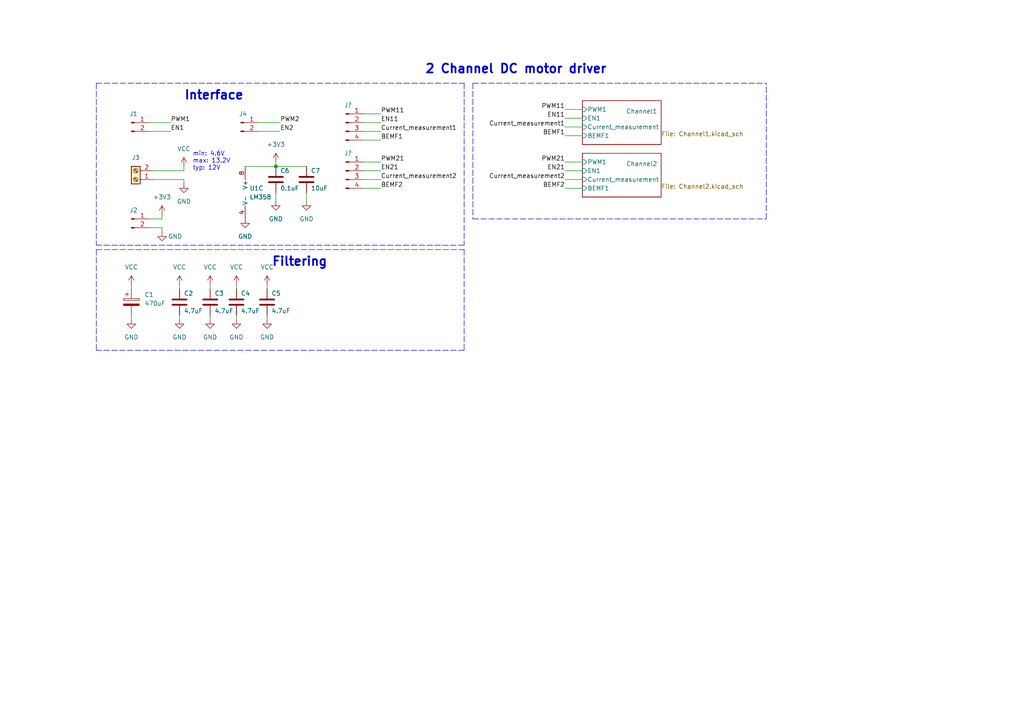
<source format=kicad_sch>
(kicad_sch (version 20211123) (generator eeschema)

  (uuid 9538e4ed-27e6-4c37-b989-9859dc0d49e8)

  (paper "A4")

  (lib_symbols
    (symbol "Amplifier_Operational:LM358" (pin_names (offset 0.127)) (in_bom yes) (on_board yes)
      (property "Reference" "U" (id 0) (at 0 5.08 0)
        (effects (font (size 1.27 1.27)) (justify left))
      )
      (property "Value" "LM358" (id 1) (at 0 -5.08 0)
        (effects (font (size 1.27 1.27)) (justify left))
      )
      (property "Footprint" "" (id 2) (at 0 0 0)
        (effects (font (size 1.27 1.27)) hide)
      )
      (property "Datasheet" "http://www.ti.com/lit/ds/symlink/lm2904-n.pdf" (id 3) (at 0 0 0)
        (effects (font (size 1.27 1.27)) hide)
      )
      (property "ki_locked" "" (id 4) (at 0 0 0)
        (effects (font (size 1.27 1.27)))
      )
      (property "ki_keywords" "dual opamp" (id 5) (at 0 0 0)
        (effects (font (size 1.27 1.27)) hide)
      )
      (property "ki_description" "Low-Power, Dual Operational Amplifiers, DIP-8/SOIC-8/TO-99-8" (id 6) (at 0 0 0)
        (effects (font (size 1.27 1.27)) hide)
      )
      (property "ki_fp_filters" "SOIC*3.9x4.9mm*P1.27mm* DIP*W7.62mm* TO*99* OnSemi*Micro8* TSSOP*3x3mm*P0.65mm* TSSOP*4.4x3mm*P0.65mm* MSOP*3x3mm*P0.65mm* SSOP*3.9x4.9mm*P0.635mm* LFCSP*2x2mm*P0.5mm* *SIP* SOIC*5.3x6.2mm*P1.27mm*" (id 7) (at 0 0 0)
        (effects (font (size 1.27 1.27)) hide)
      )
      (symbol "LM358_1_1"
        (polyline
          (pts
            (xy -5.08 5.08)
            (xy 5.08 0)
            (xy -5.08 -5.08)
            (xy -5.08 5.08)
          )
          (stroke (width 0.254) (type default) (color 0 0 0 0))
          (fill (type background))
        )
        (pin output line (at 7.62 0 180) (length 2.54)
          (name "~" (effects (font (size 1.27 1.27))))
          (number "1" (effects (font (size 1.27 1.27))))
        )
        (pin input line (at -7.62 -2.54 0) (length 2.54)
          (name "-" (effects (font (size 1.27 1.27))))
          (number "2" (effects (font (size 1.27 1.27))))
        )
        (pin input line (at -7.62 2.54 0) (length 2.54)
          (name "+" (effects (font (size 1.27 1.27))))
          (number "3" (effects (font (size 1.27 1.27))))
        )
      )
      (symbol "LM358_2_1"
        (polyline
          (pts
            (xy -5.08 5.08)
            (xy 5.08 0)
            (xy -5.08 -5.08)
            (xy -5.08 5.08)
          )
          (stroke (width 0.254) (type default) (color 0 0 0 0))
          (fill (type background))
        )
        (pin input line (at -7.62 2.54 0) (length 2.54)
          (name "+" (effects (font (size 1.27 1.27))))
          (number "5" (effects (font (size 1.27 1.27))))
        )
        (pin input line (at -7.62 -2.54 0) (length 2.54)
          (name "-" (effects (font (size 1.27 1.27))))
          (number "6" (effects (font (size 1.27 1.27))))
        )
        (pin output line (at 7.62 0 180) (length 2.54)
          (name "~" (effects (font (size 1.27 1.27))))
          (number "7" (effects (font (size 1.27 1.27))))
        )
      )
      (symbol "LM358_3_1"
        (pin power_in line (at -2.54 -7.62 90) (length 3.81)
          (name "V-" (effects (font (size 1.27 1.27))))
          (number "4" (effects (font (size 1.27 1.27))))
        )
        (pin power_in line (at -2.54 7.62 270) (length 3.81)
          (name "V+" (effects (font (size 1.27 1.27))))
          (number "8" (effects (font (size 1.27 1.27))))
        )
      )
    )
    (symbol "Connector:Conn_01x02_Male" (pin_names (offset 1.016) hide) (in_bom yes) (on_board yes)
      (property "Reference" "J" (id 0) (at 0 2.54 0)
        (effects (font (size 1.27 1.27)))
      )
      (property "Value" "Conn_01x02_Male" (id 1) (at 0 -5.08 0)
        (effects (font (size 1.27 1.27)))
      )
      (property "Footprint" "" (id 2) (at 0 0 0)
        (effects (font (size 1.27 1.27)) hide)
      )
      (property "Datasheet" "~" (id 3) (at 0 0 0)
        (effects (font (size 1.27 1.27)) hide)
      )
      (property "ki_keywords" "connector" (id 4) (at 0 0 0)
        (effects (font (size 1.27 1.27)) hide)
      )
      (property "ki_description" "Generic connector, single row, 01x02, script generated (kicad-library-utils/schlib/autogen/connector/)" (id 5) (at 0 0 0)
        (effects (font (size 1.27 1.27)) hide)
      )
      (property "ki_fp_filters" "Connector*:*_1x??_*" (id 6) (at 0 0 0)
        (effects (font (size 1.27 1.27)) hide)
      )
      (symbol "Conn_01x02_Male_1_1"
        (polyline
          (pts
            (xy 1.27 -2.54)
            (xy 0.8636 -2.54)
          )
          (stroke (width 0.1524) (type default) (color 0 0 0 0))
          (fill (type none))
        )
        (polyline
          (pts
            (xy 1.27 0)
            (xy 0.8636 0)
          )
          (stroke (width 0.1524) (type default) (color 0 0 0 0))
          (fill (type none))
        )
        (rectangle (start 0.8636 -2.413) (end 0 -2.667)
          (stroke (width 0.1524) (type default) (color 0 0 0 0))
          (fill (type outline))
        )
        (rectangle (start 0.8636 0.127) (end 0 -0.127)
          (stroke (width 0.1524) (type default) (color 0 0 0 0))
          (fill (type outline))
        )
        (pin passive line (at 5.08 0 180) (length 3.81)
          (name "Pin_1" (effects (font (size 1.27 1.27))))
          (number "1" (effects (font (size 1.27 1.27))))
        )
        (pin passive line (at 5.08 -2.54 180) (length 3.81)
          (name "Pin_2" (effects (font (size 1.27 1.27))))
          (number "2" (effects (font (size 1.27 1.27))))
        )
      )
    )
    (symbol "Connector:Conn_01x04_Male" (pin_names (offset 1.016) hide) (in_bom yes) (on_board yes)
      (property "Reference" "J" (id 0) (at 0 5.08 0)
        (effects (font (size 1.27 1.27)))
      )
      (property "Value" "Conn_01x04_Male" (id 1) (at 0 -7.62 0)
        (effects (font (size 1.27 1.27)))
      )
      (property "Footprint" "" (id 2) (at 0 0 0)
        (effects (font (size 1.27 1.27)) hide)
      )
      (property "Datasheet" "~" (id 3) (at 0 0 0)
        (effects (font (size 1.27 1.27)) hide)
      )
      (property "ki_keywords" "connector" (id 4) (at 0 0 0)
        (effects (font (size 1.27 1.27)) hide)
      )
      (property "ki_description" "Generic connector, single row, 01x04, script generated (kicad-library-utils/schlib/autogen/connector/)" (id 5) (at 0 0 0)
        (effects (font (size 1.27 1.27)) hide)
      )
      (property "ki_fp_filters" "Connector*:*_1x??_*" (id 6) (at 0 0 0)
        (effects (font (size 1.27 1.27)) hide)
      )
      (symbol "Conn_01x04_Male_1_1"
        (polyline
          (pts
            (xy 1.27 -5.08)
            (xy 0.8636 -5.08)
          )
          (stroke (width 0.1524) (type default) (color 0 0 0 0))
          (fill (type none))
        )
        (polyline
          (pts
            (xy 1.27 -2.54)
            (xy 0.8636 -2.54)
          )
          (stroke (width 0.1524) (type default) (color 0 0 0 0))
          (fill (type none))
        )
        (polyline
          (pts
            (xy 1.27 0)
            (xy 0.8636 0)
          )
          (stroke (width 0.1524) (type default) (color 0 0 0 0))
          (fill (type none))
        )
        (polyline
          (pts
            (xy 1.27 2.54)
            (xy 0.8636 2.54)
          )
          (stroke (width 0.1524) (type default) (color 0 0 0 0))
          (fill (type none))
        )
        (rectangle (start 0.8636 -4.953) (end 0 -5.207)
          (stroke (width 0.1524) (type default) (color 0 0 0 0))
          (fill (type outline))
        )
        (rectangle (start 0.8636 -2.413) (end 0 -2.667)
          (stroke (width 0.1524) (type default) (color 0 0 0 0))
          (fill (type outline))
        )
        (rectangle (start 0.8636 0.127) (end 0 -0.127)
          (stroke (width 0.1524) (type default) (color 0 0 0 0))
          (fill (type outline))
        )
        (rectangle (start 0.8636 2.667) (end 0 2.413)
          (stroke (width 0.1524) (type default) (color 0 0 0 0))
          (fill (type outline))
        )
        (pin passive line (at 5.08 2.54 180) (length 3.81)
          (name "Pin_1" (effects (font (size 1.27 1.27))))
          (number "1" (effects (font (size 1.27 1.27))))
        )
        (pin passive line (at 5.08 0 180) (length 3.81)
          (name "Pin_2" (effects (font (size 1.27 1.27))))
          (number "2" (effects (font (size 1.27 1.27))))
        )
        (pin passive line (at 5.08 -2.54 180) (length 3.81)
          (name "Pin_3" (effects (font (size 1.27 1.27))))
          (number "3" (effects (font (size 1.27 1.27))))
        )
        (pin passive line (at 5.08 -5.08 180) (length 3.81)
          (name "Pin_4" (effects (font (size 1.27 1.27))))
          (number "4" (effects (font (size 1.27 1.27))))
        )
      )
    )
    (symbol "Connector:Screw_Terminal_01x02" (pin_names (offset 1.016) hide) (in_bom yes) (on_board yes)
      (property "Reference" "J" (id 0) (at 0 2.54 0)
        (effects (font (size 1.27 1.27)))
      )
      (property "Value" "Screw_Terminal_01x02" (id 1) (at 0 -5.08 0)
        (effects (font (size 1.27 1.27)))
      )
      (property "Footprint" "" (id 2) (at 0 0 0)
        (effects (font (size 1.27 1.27)) hide)
      )
      (property "Datasheet" "~" (id 3) (at 0 0 0)
        (effects (font (size 1.27 1.27)) hide)
      )
      (property "ki_keywords" "screw terminal" (id 4) (at 0 0 0)
        (effects (font (size 1.27 1.27)) hide)
      )
      (property "ki_description" "Generic screw terminal, single row, 01x02, script generated (kicad-library-utils/schlib/autogen/connector/)" (id 5) (at 0 0 0)
        (effects (font (size 1.27 1.27)) hide)
      )
      (property "ki_fp_filters" "TerminalBlock*:*" (id 6) (at 0 0 0)
        (effects (font (size 1.27 1.27)) hide)
      )
      (symbol "Screw_Terminal_01x02_1_1"
        (rectangle (start -1.27 1.27) (end 1.27 -3.81)
          (stroke (width 0.254) (type default) (color 0 0 0 0))
          (fill (type background))
        )
        (circle (center 0 -2.54) (radius 0.635)
          (stroke (width 0.1524) (type default) (color 0 0 0 0))
          (fill (type none))
        )
        (polyline
          (pts
            (xy -0.5334 -2.2098)
            (xy 0.3302 -3.048)
          )
          (stroke (width 0.1524) (type default) (color 0 0 0 0))
          (fill (type none))
        )
        (polyline
          (pts
            (xy -0.5334 0.3302)
            (xy 0.3302 -0.508)
          )
          (stroke (width 0.1524) (type default) (color 0 0 0 0))
          (fill (type none))
        )
        (polyline
          (pts
            (xy -0.3556 -2.032)
            (xy 0.508 -2.8702)
          )
          (stroke (width 0.1524) (type default) (color 0 0 0 0))
          (fill (type none))
        )
        (polyline
          (pts
            (xy -0.3556 0.508)
            (xy 0.508 -0.3302)
          )
          (stroke (width 0.1524) (type default) (color 0 0 0 0))
          (fill (type none))
        )
        (circle (center 0 0) (radius 0.635)
          (stroke (width 0.1524) (type default) (color 0 0 0 0))
          (fill (type none))
        )
        (pin passive line (at -5.08 0 0) (length 3.81)
          (name "Pin_1" (effects (font (size 1.27 1.27))))
          (number "1" (effects (font (size 1.27 1.27))))
        )
        (pin passive line (at -5.08 -2.54 0) (length 3.81)
          (name "Pin_2" (effects (font (size 1.27 1.27))))
          (number "2" (effects (font (size 1.27 1.27))))
        )
      )
    )
    (symbol "Device:C" (pin_numbers hide) (pin_names (offset 0.254)) (in_bom yes) (on_board yes)
      (property "Reference" "C" (id 0) (at 0.635 2.54 0)
        (effects (font (size 1.27 1.27)) (justify left))
      )
      (property "Value" "C" (id 1) (at 0.635 -2.54 0)
        (effects (font (size 1.27 1.27)) (justify left))
      )
      (property "Footprint" "" (id 2) (at 0.9652 -3.81 0)
        (effects (font (size 1.27 1.27)) hide)
      )
      (property "Datasheet" "~" (id 3) (at 0 0 0)
        (effects (font (size 1.27 1.27)) hide)
      )
      (property "ki_keywords" "cap capacitor" (id 4) (at 0 0 0)
        (effects (font (size 1.27 1.27)) hide)
      )
      (property "ki_description" "Unpolarized capacitor" (id 5) (at 0 0 0)
        (effects (font (size 1.27 1.27)) hide)
      )
      (property "ki_fp_filters" "C_*" (id 6) (at 0 0 0)
        (effects (font (size 1.27 1.27)) hide)
      )
      (symbol "C_0_1"
        (polyline
          (pts
            (xy -2.032 -0.762)
            (xy 2.032 -0.762)
          )
          (stroke (width 0.508) (type default) (color 0 0 0 0))
          (fill (type none))
        )
        (polyline
          (pts
            (xy -2.032 0.762)
            (xy 2.032 0.762)
          )
          (stroke (width 0.508) (type default) (color 0 0 0 0))
          (fill (type none))
        )
      )
      (symbol "C_1_1"
        (pin passive line (at 0 3.81 270) (length 2.794)
          (name "~" (effects (font (size 1.27 1.27))))
          (number "1" (effects (font (size 1.27 1.27))))
        )
        (pin passive line (at 0 -3.81 90) (length 2.794)
          (name "~" (effects (font (size 1.27 1.27))))
          (number "2" (effects (font (size 1.27 1.27))))
        )
      )
    )
    (symbol "Device:C_Polarized" (pin_numbers hide) (pin_names (offset 0.254)) (in_bom yes) (on_board yes)
      (property "Reference" "C" (id 0) (at 0.635 2.54 0)
        (effects (font (size 1.27 1.27)) (justify left))
      )
      (property "Value" "C_Polarized" (id 1) (at 0.635 -2.54 0)
        (effects (font (size 1.27 1.27)) (justify left))
      )
      (property "Footprint" "" (id 2) (at 0.9652 -3.81 0)
        (effects (font (size 1.27 1.27)) hide)
      )
      (property "Datasheet" "~" (id 3) (at 0 0 0)
        (effects (font (size 1.27 1.27)) hide)
      )
      (property "ki_keywords" "cap capacitor" (id 4) (at 0 0 0)
        (effects (font (size 1.27 1.27)) hide)
      )
      (property "ki_description" "Polarized capacitor" (id 5) (at 0 0 0)
        (effects (font (size 1.27 1.27)) hide)
      )
      (property "ki_fp_filters" "CP_*" (id 6) (at 0 0 0)
        (effects (font (size 1.27 1.27)) hide)
      )
      (symbol "C_Polarized_0_1"
        (rectangle (start -2.286 0.508) (end 2.286 1.016)
          (stroke (width 0) (type default) (color 0 0 0 0))
          (fill (type none))
        )
        (polyline
          (pts
            (xy -1.778 2.286)
            (xy -0.762 2.286)
          )
          (stroke (width 0) (type default) (color 0 0 0 0))
          (fill (type none))
        )
        (polyline
          (pts
            (xy -1.27 2.794)
            (xy -1.27 1.778)
          )
          (stroke (width 0) (type default) (color 0 0 0 0))
          (fill (type none))
        )
        (rectangle (start 2.286 -0.508) (end -2.286 -1.016)
          (stroke (width 0) (type default) (color 0 0 0 0))
          (fill (type outline))
        )
      )
      (symbol "C_Polarized_1_1"
        (pin passive line (at 0 3.81 270) (length 2.794)
          (name "~" (effects (font (size 1.27 1.27))))
          (number "1" (effects (font (size 1.27 1.27))))
        )
        (pin passive line (at 0 -3.81 90) (length 2.794)
          (name "~" (effects (font (size 1.27 1.27))))
          (number "2" (effects (font (size 1.27 1.27))))
        )
      )
    )
    (symbol "power:+3V3" (power) (pin_names (offset 0)) (in_bom yes) (on_board yes)
      (property "Reference" "#PWR" (id 0) (at 0 -3.81 0)
        (effects (font (size 1.27 1.27)) hide)
      )
      (property "Value" "+3V3" (id 1) (at 0 3.556 0)
        (effects (font (size 1.27 1.27)))
      )
      (property "Footprint" "" (id 2) (at 0 0 0)
        (effects (font (size 1.27 1.27)) hide)
      )
      (property "Datasheet" "" (id 3) (at 0 0 0)
        (effects (font (size 1.27 1.27)) hide)
      )
      (property "ki_keywords" "power-flag" (id 4) (at 0 0 0)
        (effects (font (size 1.27 1.27)) hide)
      )
      (property "ki_description" "Power symbol creates a global label with name \"+3V3\"" (id 5) (at 0 0 0)
        (effects (font (size 1.27 1.27)) hide)
      )
      (symbol "+3V3_0_1"
        (polyline
          (pts
            (xy -0.762 1.27)
            (xy 0 2.54)
          )
          (stroke (width 0) (type default) (color 0 0 0 0))
          (fill (type none))
        )
        (polyline
          (pts
            (xy 0 0)
            (xy 0 2.54)
          )
          (stroke (width 0) (type default) (color 0 0 0 0))
          (fill (type none))
        )
        (polyline
          (pts
            (xy 0 2.54)
            (xy 0.762 1.27)
          )
          (stroke (width 0) (type default) (color 0 0 0 0))
          (fill (type none))
        )
      )
      (symbol "+3V3_1_1"
        (pin power_in line (at 0 0 90) (length 0) hide
          (name "+3V3" (effects (font (size 1.27 1.27))))
          (number "1" (effects (font (size 1.27 1.27))))
        )
      )
    )
    (symbol "power:GND" (power) (pin_names (offset 0)) (in_bom yes) (on_board yes)
      (property "Reference" "#PWR" (id 0) (at 0 -6.35 0)
        (effects (font (size 1.27 1.27)) hide)
      )
      (property "Value" "GND" (id 1) (at 0 -3.81 0)
        (effects (font (size 1.27 1.27)))
      )
      (property "Footprint" "" (id 2) (at 0 0 0)
        (effects (font (size 1.27 1.27)) hide)
      )
      (property "Datasheet" "" (id 3) (at 0 0 0)
        (effects (font (size 1.27 1.27)) hide)
      )
      (property "ki_keywords" "power-flag" (id 4) (at 0 0 0)
        (effects (font (size 1.27 1.27)) hide)
      )
      (property "ki_description" "Power symbol creates a global label with name \"GND\" , ground" (id 5) (at 0 0 0)
        (effects (font (size 1.27 1.27)) hide)
      )
      (symbol "GND_0_1"
        (polyline
          (pts
            (xy 0 0)
            (xy 0 -1.27)
            (xy 1.27 -1.27)
            (xy 0 -2.54)
            (xy -1.27 -1.27)
            (xy 0 -1.27)
          )
          (stroke (width 0) (type default) (color 0 0 0 0))
          (fill (type none))
        )
      )
      (symbol "GND_1_1"
        (pin power_in line (at 0 0 270) (length 0) hide
          (name "GND" (effects (font (size 1.27 1.27))))
          (number "1" (effects (font (size 1.27 1.27))))
        )
      )
    )
    (symbol "power:VCC" (power) (pin_names (offset 0)) (in_bom yes) (on_board yes)
      (property "Reference" "#PWR" (id 0) (at 0 -3.81 0)
        (effects (font (size 1.27 1.27)) hide)
      )
      (property "Value" "VCC" (id 1) (at 0 3.81 0)
        (effects (font (size 1.27 1.27)))
      )
      (property "Footprint" "" (id 2) (at 0 0 0)
        (effects (font (size 1.27 1.27)) hide)
      )
      (property "Datasheet" "" (id 3) (at 0 0 0)
        (effects (font (size 1.27 1.27)) hide)
      )
      (property "ki_keywords" "power-flag" (id 4) (at 0 0 0)
        (effects (font (size 1.27 1.27)) hide)
      )
      (property "ki_description" "Power symbol creates a global label with name \"VCC\"" (id 5) (at 0 0 0)
        (effects (font (size 1.27 1.27)) hide)
      )
      (symbol "VCC_0_1"
        (polyline
          (pts
            (xy -0.762 1.27)
            (xy 0 2.54)
          )
          (stroke (width 0) (type default) (color 0 0 0 0))
          (fill (type none))
        )
        (polyline
          (pts
            (xy 0 0)
            (xy 0 2.54)
          )
          (stroke (width 0) (type default) (color 0 0 0 0))
          (fill (type none))
        )
        (polyline
          (pts
            (xy 0 2.54)
            (xy 0.762 1.27)
          )
          (stroke (width 0) (type default) (color 0 0 0 0))
          (fill (type none))
        )
      )
      (symbol "VCC_1_1"
        (pin power_in line (at 0 0 90) (length 0) hide
          (name "VCC" (effects (font (size 1.27 1.27))))
          (number "1" (effects (font (size 1.27 1.27))))
        )
      )
    )
  )

  (junction (at 80.01 48.26) (diameter 0) (color 0 0 0 0)
    (uuid 5295d3f5-b2a0-48d2-a583-f3a137e0048b)
  )

  (wire (pts (xy 168.91 39.37) (xy 163.83 39.37))
    (stroke (width 0) (type default) (color 0 0 0 0))
    (uuid 0244c72c-b38c-418b-991c-2da59723dceb)
  )
  (wire (pts (xy 80.01 55.88) (xy 80.01 58.42))
    (stroke (width 0) (type default) (color 0 0 0 0))
    (uuid 081ef2db-ad68-4787-ab7f-30103681532f)
  )
  (polyline (pts (xy 137.16 24.13) (xy 137.16 63.5))
    (stroke (width 0) (type default) (color 0 0 0 0))
    (uuid 0bb48a3a-4c45-460b-aae4-9443d385942c)
  )

  (wire (pts (xy 46.99 63.5) (xy 46.99 62.23))
    (stroke (width 0) (type default) (color 0 0 0 0))
    (uuid 0e44588a-eeb7-4814-a361-013f08f267db)
  )
  (wire (pts (xy 71.12 48.26) (xy 80.01 48.26))
    (stroke (width 0) (type default) (color 0 0 0 0))
    (uuid 13fb9f8b-f397-43c8-858c-4e93512e7cd5)
  )
  (wire (pts (xy 80.01 48.26) (xy 88.9 48.26))
    (stroke (width 0) (type default) (color 0 0 0 0))
    (uuid 13fd1d8f-3b14-4231-94ed-eb67b784c6fd)
  )
  (polyline (pts (xy 134.62 72.39) (xy 134.62 101.6))
    (stroke (width 0) (type default) (color 0 0 0 0))
    (uuid 1c3985aa-625d-419b-a117-68458b81a54b)
  )
  (polyline (pts (xy 27.94 24.13) (xy 134.62 24.13))
    (stroke (width 0) (type default) (color 0 0 0 0))
    (uuid 224936bd-4e46-4e19-bef3-035b8a8f7bda)
  )

  (wire (pts (xy 168.91 49.53) (xy 163.83 49.53))
    (stroke (width 0) (type default) (color 0 0 0 0))
    (uuid 23a7dcc0-fa53-4f61-acd6-445c72f9d738)
  )
  (wire (pts (xy 52.07 82.55) (xy 52.07 83.82))
    (stroke (width 0) (type default) (color 0 0 0 0))
    (uuid 296e1e24-3f6a-4dae-9ff9-78b23bf4b97e)
  )
  (wire (pts (xy 46.99 67.31) (xy 46.99 66.04))
    (stroke (width 0) (type default) (color 0 0 0 0))
    (uuid 2ce7ba3c-3d3a-40ae-a69f-14b83cb6a2f7)
  )
  (wire (pts (xy 38.1 82.55) (xy 38.1 83.82))
    (stroke (width 0) (type default) (color 0 0 0 0))
    (uuid 2ee4df91-f71b-4b22-af0d-4e94eb1949f2)
  )
  (polyline (pts (xy 27.94 24.13) (xy 27.94 71.12))
    (stroke (width 0) (type default) (color 0 0 0 0))
    (uuid 3743c54c-2b84-460c-9a08-d9077f73bc63)
  )

  (wire (pts (xy 105.41 35.56) (xy 110.49 35.56))
    (stroke (width 0) (type default) (color 0 0 0 0))
    (uuid 3ae5f038-1957-4ef7-a7b0-88327a871e8e)
  )
  (polyline (pts (xy 222.25 63.5) (xy 222.25 24.13))
    (stroke (width 0) (type default) (color 0 0 0 0))
    (uuid 3ef2c3d8-0559-4ac1-82ea-3bdaa0470e6c)
  )

  (wire (pts (xy 168.91 54.61) (xy 163.83 54.61))
    (stroke (width 0) (type default) (color 0 0 0 0))
    (uuid 3f5cd97e-7933-4ec6-a055-3b3284744af6)
  )
  (wire (pts (xy 80.01 46.99) (xy 80.01 48.26))
    (stroke (width 0) (type default) (color 0 0 0 0))
    (uuid 4a3e0990-b1a7-43e2-8b57-3cc28410420d)
  )
  (wire (pts (xy 44.45 52.07) (xy 53.34 52.07))
    (stroke (width 0) (type default) (color 0 0 0 0))
    (uuid 4e6d2ae0-1de0-4a90-a79d-ae2ebc4d4346)
  )
  (polyline (pts (xy 137.16 24.13) (xy 222.25 24.13))
    (stroke (width 0) (type default) (color 0 0 0 0))
    (uuid 4f718c04-a0cd-4fba-8acf-b9c2a8deeba0)
  )

  (wire (pts (xy 68.58 91.44) (xy 68.58 92.71))
    (stroke (width 0) (type default) (color 0 0 0 0))
    (uuid 55689588-e6a8-40e0-960e-46107ac9de54)
  )
  (wire (pts (xy 52.07 91.44) (xy 52.07 92.71))
    (stroke (width 0) (type default) (color 0 0 0 0))
    (uuid 62c85ddd-c31f-4f51-a1ae-ceaf9b15928b)
  )
  (polyline (pts (xy 27.94 72.39) (xy 134.62 72.39))
    (stroke (width 0) (type default) (color 0 0 0 0))
    (uuid 6c5da471-47bb-46ae-bc5c-b1cf3a9c98b7)
  )

  (wire (pts (xy 53.34 48.26) (xy 53.34 49.53))
    (stroke (width 0) (type default) (color 0 0 0 0))
    (uuid 6c85e5f0-bf27-451b-8b8c-23afa8384380)
  )
  (wire (pts (xy 44.45 49.53) (xy 53.34 49.53))
    (stroke (width 0) (type default) (color 0 0 0 0))
    (uuid 6d52c2cd-3d4d-4e9f-8991-6c4289d279ca)
  )
  (wire (pts (xy 168.91 34.29) (xy 163.83 34.29))
    (stroke (width 0) (type default) (color 0 0 0 0))
    (uuid 6f3edb98-1715-48c7-a668-5fe6c43535eb)
  )
  (wire (pts (xy 60.96 82.55) (xy 60.96 83.82))
    (stroke (width 0) (type default) (color 0 0 0 0))
    (uuid 711e2272-9a29-4e5b-bb1f-0f9e6ec90c9b)
  )
  (polyline (pts (xy 134.62 101.6) (xy 27.94 101.6))
    (stroke (width 0) (type default) (color 0 0 0 0))
    (uuid 758b7318-085f-4869-8edc-04b009cdf680)
  )

  (wire (pts (xy 110.49 52.07) (xy 105.41 52.07))
    (stroke (width 0) (type default) (color 0 0 0 0))
    (uuid 7648e622-7b0a-46fa-8432-e9eff9d873dc)
  )
  (wire (pts (xy 168.91 46.99) (xy 163.83 46.99))
    (stroke (width 0) (type default) (color 0 0 0 0))
    (uuid 76f9c813-3a23-4b81-a928-e8405b86e02f)
  )
  (wire (pts (xy 77.47 82.55) (xy 77.47 83.82))
    (stroke (width 0) (type default) (color 0 0 0 0))
    (uuid 8357f546-fd53-46e3-a463-97bf1944faf1)
  )
  (wire (pts (xy 110.49 38.1) (xy 105.41 38.1))
    (stroke (width 0) (type default) (color 0 0 0 0))
    (uuid 86212d7e-d0c8-40ce-9cdd-4b095848f47a)
  )
  (wire (pts (xy 43.18 38.1) (xy 49.53 38.1))
    (stroke (width 0) (type default) (color 0 0 0 0))
    (uuid 91dd5b42-7020-4052-b4fe-018e93ab6412)
  )
  (wire (pts (xy 43.18 63.5) (xy 46.99 63.5))
    (stroke (width 0) (type default) (color 0 0 0 0))
    (uuid 9299af42-dbc2-43e3-9397-065bcd09fbdc)
  )
  (wire (pts (xy 163.83 36.83) (xy 168.91 36.83))
    (stroke (width 0) (type default) (color 0 0 0 0))
    (uuid 96abac3c-9fd8-4222-a372-85f062f5c235)
  )
  (wire (pts (xy 77.47 91.44) (xy 77.47 92.71))
    (stroke (width 0) (type default) (color 0 0 0 0))
    (uuid 98312319-7840-4b7c-9e9f-6661d5e9f163)
  )
  (polyline (pts (xy 27.94 72.39) (xy 27.94 101.6))
    (stroke (width 0) (type default) (color 0 0 0 0))
    (uuid a072fd1c-5d74-4f6f-aeb1-a13a2544b3e0)
  )

  (wire (pts (xy 105.41 49.53) (xy 110.49 49.53))
    (stroke (width 0) (type default) (color 0 0 0 0))
    (uuid af0ffa50-9b03-4247-894d-6b1d4454142b)
  )
  (wire (pts (xy 38.1 91.44) (xy 38.1 92.71))
    (stroke (width 0) (type default) (color 0 0 0 0))
    (uuid af8f5629-c6b6-4652-b898-0c5f53818043)
  )
  (wire (pts (xy 105.41 33.02) (xy 110.49 33.02))
    (stroke (width 0) (type default) (color 0 0 0 0))
    (uuid b00c053c-074f-4c93-bfb8-d61b072e54ba)
  )
  (wire (pts (xy 74.93 35.56) (xy 81.28 35.56))
    (stroke (width 0) (type default) (color 0 0 0 0))
    (uuid b4a484fc-cbe7-4e7d-a30c-fa3efd76f244)
  )
  (wire (pts (xy 68.58 82.55) (xy 68.58 83.82))
    (stroke (width 0) (type default) (color 0 0 0 0))
    (uuid b58305a2-8b15-4f42-a810-3274accfe703)
  )
  (wire (pts (xy 105.41 46.99) (xy 110.49 46.99))
    (stroke (width 0) (type default) (color 0 0 0 0))
    (uuid b5af5270-9a69-411e-b028-673497ca35ec)
  )
  (wire (pts (xy 60.96 91.44) (xy 60.96 92.71))
    (stroke (width 0) (type default) (color 0 0 0 0))
    (uuid b8e178aa-a96e-4034-a3c6-04b970fefbce)
  )
  (wire (pts (xy 105.41 40.64) (xy 110.49 40.64))
    (stroke (width 0) (type default) (color 0 0 0 0))
    (uuid c01443aa-7974-45b9-ae57-193a87ae559a)
  )
  (wire (pts (xy 43.18 35.56) (xy 49.53 35.56))
    (stroke (width 0) (type default) (color 0 0 0 0))
    (uuid c5a13ce4-a9d4-4c79-841a-3f9b8f82e20f)
  )
  (wire (pts (xy 105.41 54.61) (xy 110.49 54.61))
    (stroke (width 0) (type default) (color 0 0 0 0))
    (uuid c6c48923-1c72-4a0d-a11c-296eb6c51097)
  )
  (wire (pts (xy 163.83 52.07) (xy 168.91 52.07))
    (stroke (width 0) (type default) (color 0 0 0 0))
    (uuid cae342ae-8c73-45fa-bf08-91501b1866fe)
  )
  (polyline (pts (xy 137.16 63.5) (xy 222.25 63.5))
    (stroke (width 0) (type default) (color 0 0 0 0))
    (uuid cc08bc0d-5f92-4bd2-b66c-c4cf5cdad7df)
  )

  (wire (pts (xy 43.18 66.04) (xy 46.99 66.04))
    (stroke (width 0) (type default) (color 0 0 0 0))
    (uuid d8eb1c8c-05dd-4f26-a8ec-09beed16ae63)
  )
  (wire (pts (xy 53.34 52.07) (xy 53.34 53.34))
    (stroke (width 0) (type default) (color 0 0 0 0))
    (uuid e1059260-a933-480b-8994-7a24a72bb015)
  )
  (polyline (pts (xy 134.62 71.12) (xy 27.94 71.12))
    (stroke (width 0) (type default) (color 0 0 0 0))
    (uuid e950de67-dcec-4e25-acbc-1c8c29fe8bce)
  )
  (polyline (pts (xy 134.62 24.13) (xy 134.62 71.12))
    (stroke (width 0) (type default) (color 0 0 0 0))
    (uuid ebc3b6f1-cd80-42a2-8e96-edfa280934d8)
  )

  (wire (pts (xy 88.9 55.88) (xy 88.9 58.42))
    (stroke (width 0) (type default) (color 0 0 0 0))
    (uuid ed85e6f1-e405-4db4-999e-4752447556c4)
  )
  (wire (pts (xy 74.93 38.1) (xy 81.28 38.1))
    (stroke (width 0) (type default) (color 0 0 0 0))
    (uuid f8ed0e93-0a17-4893-9a7f-d4e4073084be)
  )
  (wire (pts (xy 168.91 31.75) (xy 163.83 31.75))
    (stroke (width 0) (type default) (color 0 0 0 0))
    (uuid fa5b74d5-9382-4d2c-9c70-43ba5b7de254)
  )

  (text "Interface" (at 53.34 29.21 0)
    (effects (font (size 2.54 2.54) (thickness 0.508) bold) (justify left bottom))
    (uuid 111c4262-49e0-4244-88c6-f5559f5a8b80)
  )
  (text "Filtering" (at 78.74 77.47 0)
    (effects (font (size 2.54 2.54) (thickness 0.508) bold) (justify left bottom))
    (uuid 8d6fdab2-0ed1-46d5-b95f-2d90681d26fb)
  )
  (text "2 Channel DC motor driver" (at 123.19 21.59 0)
    (effects (font (size 2.54 2.54) (thickness 0.508) bold) (justify left bottom))
    (uuid a3822b28-16a4-40af-8cc6-cce3263fba34)
  )
  (text "min: 4.6V\nmax: 13.2V\ntyp: 12V " (at 55.88 49.53 0)
    (effects (font (size 1.27 1.27)) (justify left bottom))
    (uuid a87965b9-247d-467e-a695-afe1d4be208d)
  )

  (label "BEMF1" (at 110.49 40.64 0)
    (effects (font (size 1.27 1.27)) (justify left bottom))
    (uuid 1596baff-9333-44d0-a92a-993630a47ba5)
  )
  (label "BEMF2" (at 163.83 54.61 180)
    (effects (font (size 1.27 1.27)) (justify right bottom))
    (uuid 1b718aa9-cd2e-4e63-a91b-05d86c4702af)
  )
  (label "Current_measurement1" (at 110.49 38.1 0)
    (effects (font (size 1.27 1.27)) (justify left bottom))
    (uuid 3cf5834f-a0f9-4013-8e3b-771667a8c635)
  )
  (label "PWM11" (at 110.49 33.02 0)
    (effects (font (size 1.27 1.27)) (justify left bottom))
    (uuid 40f15a6c-5bc4-45da-bbd0-e4af63c1d391)
  )
  (label "PWM1" (at 49.53 35.56 0)
    (effects (font (size 1.27 1.27)) (justify left bottom))
    (uuid 48e50769-34d0-4b84-94b9-d700fe72a097)
  )
  (label "EN2" (at 81.28 38.1 0)
    (effects (font (size 1.27 1.27)) (justify left bottom))
    (uuid 4e8883aa-eeeb-4a32-b0fa-912b6d53abbb)
  )
  (label "BEMF1" (at 163.83 39.37 180)
    (effects (font (size 1.27 1.27)) (justify right bottom))
    (uuid 55140a1d-28c4-421d-8d23-8f6555f767de)
  )
  (label "BEMF2" (at 110.49 54.61 0)
    (effects (font (size 1.27 1.27)) (justify left bottom))
    (uuid 65dcc356-e673-4f47-b928-c63ee8f7dbbb)
  )
  (label "Current_measurement1" (at 163.83 36.83 180)
    (effects (font (size 1.27 1.27)) (justify right bottom))
    (uuid 68890d51-2374-4643-a688-c940ee28390c)
  )
  (label "EN21" (at 110.49 49.53 0)
    (effects (font (size 1.27 1.27)) (justify left bottom))
    (uuid 79775728-fd5c-413b-b455-f30ef979b89b)
  )
  (label "Current_measurement2" (at 110.49 52.07 0)
    (effects (font (size 1.27 1.27)) (justify left bottom))
    (uuid 876e520f-aa53-4505-8844-5d1dfc603306)
  )
  (label "EN1" (at 49.53 38.1 0)
    (effects (font (size 1.27 1.27)) (justify left bottom))
    (uuid aee949e6-032d-44a2-967e-a5e664682f5e)
  )
  (label "EN11" (at 110.49 35.56 0)
    (effects (font (size 1.27 1.27)) (justify left bottom))
    (uuid b786c73a-628d-4e27-b99d-01ce291801c5)
  )
  (label "PWM21" (at 110.49 46.99 0)
    (effects (font (size 1.27 1.27)) (justify left bottom))
    (uuid b9283ecb-6055-4d8e-90be-13b597248a91)
  )
  (label "EN21" (at 163.83 49.53 180)
    (effects (font (size 1.27 1.27)) (justify right bottom))
    (uuid beb49f85-e97e-4981-a6bd-2a828ee4d153)
  )
  (label "PWM11" (at 163.83 31.75 180)
    (effects (font (size 1.27 1.27)) (justify right bottom))
    (uuid cb4f7093-9ef5-40e6-9122-1edbc39de30e)
  )
  (label "EN11" (at 163.83 34.29 180)
    (effects (font (size 1.27 1.27)) (justify right bottom))
    (uuid cb7b19d7-3366-48ad-b54f-5693c7439a29)
  )
  (label "PWM21" (at 163.83 46.99 180)
    (effects (font (size 1.27 1.27)) (justify right bottom))
    (uuid e756a438-0934-4730-a756-506a18c20577)
  )
  (label "PWM2" (at 81.28 35.56 0)
    (effects (font (size 1.27 1.27)) (justify left bottom))
    (uuid e7963f31-ca44-4b56-80a2-aab72aad75ba)
  )
  (label "Current_measurement2" (at 163.83 52.07 180)
    (effects (font (size 1.27 1.27)) (justify right bottom))
    (uuid f4b64fb1-6828-4a4c-8a98-f1d98add76e6)
  )

  (symbol (lib_id "power:GND") (at 80.01 58.42 0) (unit 1)
    (in_bom yes) (on_board yes) (fields_autoplaced)
    (uuid 11972483-81c1-4502-b151-28028a5600a8)
    (property "Reference" "#PWR017" (id 0) (at 80.01 64.77 0)
      (effects (font (size 1.27 1.27)) hide)
    )
    (property "Value" "GND" (id 1) (at 80.01 63.5 0))
    (property "Footprint" "" (id 2) (at 80.01 58.42 0)
      (effects (font (size 1.27 1.27)) hide)
    )
    (property "Datasheet" "" (id 3) (at 80.01 58.42 0)
      (effects (font (size 1.27 1.27)) hide)
    )
    (pin "1" (uuid a605c372-65d1-47d8-a5cf-d6af309534d0))
  )

  (symbol (lib_id "Device:C") (at 80.01 52.07 0) (unit 1)
    (in_bom yes) (on_board yes)
    (uuid 1bcf6873-3de7-4659-a090-47cff6d94be4)
    (property "Reference" "C6" (id 0) (at 81.28 49.53 0)
      (effects (font (size 1.27 1.27)) (justify left))
    )
    (property "Value" "0.1uF" (id 1) (at 81.28 54.61 0)
      (effects (font (size 1.27 1.27)) (justify left))
    )
    (property "Footprint" "Capacitor_SMD:C_0603_1608Metric_Pad1.08x0.95mm_HandSolder" (id 2) (at 80.9752 55.88 0)
      (effects (font (size 1.27 1.27)) hide)
    )
    (property "Datasheet" "~" (id 3) (at 80.01 52.07 0)
      (effects (font (size 1.27 1.27)) hide)
    )
    (pin "1" (uuid 75356149-8cb6-4de3-908a-3c7e7c655cb9))
    (pin "2" (uuid c1bdcd8f-e91a-4f22-8475-3e259062f37e))
  )

  (symbol (lib_id "Device:C") (at 68.58 87.63 0) (unit 1)
    (in_bom yes) (on_board yes)
    (uuid 1e68a5c6-4c2f-4f57-9a0c-b1a2886343dc)
    (property "Reference" "C4" (id 0) (at 69.85 85.09 0)
      (effects (font (size 1.27 1.27)) (justify left))
    )
    (property "Value" "4.7uF" (id 1) (at 69.85 90.17 0)
      (effects (font (size 1.27 1.27)) (justify left))
    )
    (property "Footprint" "Capacitor_SMD:C_0603_1608Metric_Pad1.08x0.95mm_HandSolder" (id 2) (at 69.5452 91.44 0)
      (effects (font (size 1.27 1.27)) hide)
    )
    (property "Datasheet" "~" (id 3) (at 68.58 87.63 0)
      (effects (font (size 1.27 1.27)) hide)
    )
    (pin "1" (uuid 13f1d28c-4e56-4eea-b1f5-d571d5478517))
    (pin "2" (uuid 90489bd7-9bfa-4ec1-96a5-4baee1fa929f))
  )

  (symbol (lib_id "power:GND") (at 38.1 92.71 0) (unit 1)
    (in_bom yes) (on_board yes) (fields_autoplaced)
    (uuid 22a2d3d3-bdca-4ae9-a76e-7f88f051784f)
    (property "Reference" "#PWR02" (id 0) (at 38.1 99.06 0)
      (effects (font (size 1.27 1.27)) hide)
    )
    (property "Value" "GND" (id 1) (at 38.1 97.79 0))
    (property "Footprint" "" (id 2) (at 38.1 92.71 0)
      (effects (font (size 1.27 1.27)) hide)
    )
    (property "Datasheet" "" (id 3) (at 38.1 92.71 0)
      (effects (font (size 1.27 1.27)) hide)
    )
    (pin "1" (uuid cd2d2b88-ee99-40dc-9637-04a26d9a1f9f))
  )

  (symbol (lib_id "power:VCC") (at 52.07 82.55 0) (unit 1)
    (in_bom yes) (on_board yes) (fields_autoplaced)
    (uuid 24ca8c50-5c1f-4d42-9cb9-8385f3e3ebb3)
    (property "Reference" "#PWR05" (id 0) (at 52.07 86.36 0)
      (effects (font (size 1.27 1.27)) hide)
    )
    (property "Value" "VCC" (id 1) (at 52.07 77.47 0))
    (property "Footprint" "" (id 2) (at 52.07 82.55 0)
      (effects (font (size 1.27 1.27)) hide)
    )
    (property "Datasheet" "" (id 3) (at 52.07 82.55 0)
      (effects (font (size 1.27 1.27)) hide)
    )
    (pin "1" (uuid b7acda1b-eec7-4446-b2fd-bbd2766e9751))
  )

  (symbol (lib_id "power:VCC") (at 60.96 82.55 0) (unit 1)
    (in_bom yes) (on_board yes) (fields_autoplaced)
    (uuid 5ce0b245-9cc8-41c3-bfff-0cdc377cf98e)
    (property "Reference" "#PWR09" (id 0) (at 60.96 86.36 0)
      (effects (font (size 1.27 1.27)) hide)
    )
    (property "Value" "VCC" (id 1) (at 60.96 77.47 0))
    (property "Footprint" "" (id 2) (at 60.96 82.55 0)
      (effects (font (size 1.27 1.27)) hide)
    )
    (property "Datasheet" "" (id 3) (at 60.96 82.55 0)
      (effects (font (size 1.27 1.27)) hide)
    )
    (pin "1" (uuid a4cb3e76-2ded-4d08-b99d-205c3e121c47))
  )

  (symbol (lib_id "power:GND") (at 46.99 67.31 0) (unit 1)
    (in_bom yes) (on_board yes)
    (uuid 609550bf-7702-4d93-9ee3-e457b169b3b9)
    (property "Reference" "#PWR04" (id 0) (at 46.99 73.66 0)
      (effects (font (size 1.27 1.27)) hide)
    )
    (property "Value" "GND" (id 1) (at 50.8 68.58 0))
    (property "Footprint" "" (id 2) (at 46.99 67.31 0)
      (effects (font (size 1.27 1.27)) hide)
    )
    (property "Datasheet" "" (id 3) (at 46.99 67.31 0)
      (effects (font (size 1.27 1.27)) hide)
    )
    (pin "1" (uuid 6bd68b8f-3b2a-4d9e-b454-4c89569f8d3b))
  )

  (symbol (lib_id "power:+3V3") (at 80.01 46.99 0) (unit 1)
    (in_bom yes) (on_board yes) (fields_autoplaced)
    (uuid 63f58d0a-fa15-45ff-978f-56b7717409ab)
    (property "Reference" "#PWR016" (id 0) (at 80.01 50.8 0)
      (effects (font (size 1.27 1.27)) hide)
    )
    (property "Value" "+3V3" (id 1) (at 80.01 41.91 0))
    (property "Footprint" "" (id 2) (at 80.01 46.99 0)
      (effects (font (size 1.27 1.27)) hide)
    )
    (property "Datasheet" "" (id 3) (at 80.01 46.99 0)
      (effects (font (size 1.27 1.27)) hide)
    )
    (pin "1" (uuid 3f03896e-c1d1-439b-b711-9e209da3b097))
  )

  (symbol (lib_id "Device:C") (at 52.07 87.63 0) (unit 1)
    (in_bom yes) (on_board yes)
    (uuid 66a9811f-d3db-4d9e-8da7-d80e68c942a8)
    (property "Reference" "C2" (id 0) (at 53.34 85.09 0)
      (effects (font (size 1.27 1.27)) (justify left))
    )
    (property "Value" "4.7uF" (id 1) (at 53.34 90.17 0)
      (effects (font (size 1.27 1.27)) (justify left))
    )
    (property "Footprint" "Capacitor_SMD:C_0603_1608Metric_Pad1.08x0.95mm_HandSolder" (id 2) (at 53.0352 91.44 0)
      (effects (font (size 1.27 1.27)) hide)
    )
    (property "Datasheet" "~" (id 3) (at 52.07 87.63 0)
      (effects (font (size 1.27 1.27)) hide)
    )
    (pin "1" (uuid 7c3a7c36-564e-4137-82ff-eff37410cd81))
    (pin "2" (uuid 64f9f42b-175e-4453-bb82-1f7cf6331ad7))
  )

  (symbol (lib_id "power:GND") (at 71.12 63.5 0) (unit 1)
    (in_bom yes) (on_board yes) (fields_autoplaced)
    (uuid 67c07122-92f5-43f8-82c2-4f2764c4c167)
    (property "Reference" "#PWR013" (id 0) (at 71.12 69.85 0)
      (effects (font (size 1.27 1.27)) hide)
    )
    (property "Value" "GND" (id 1) (at 71.12 68.58 0))
    (property "Footprint" "" (id 2) (at 71.12 63.5 0)
      (effects (font (size 1.27 1.27)) hide)
    )
    (property "Datasheet" "" (id 3) (at 71.12 63.5 0)
      (effects (font (size 1.27 1.27)) hide)
    )
    (pin "1" (uuid 458917d8-5bef-4269-a950-dd9c5a686937))
  )

  (symbol (lib_id "power:GND") (at 88.9 58.42 0) (unit 1)
    (in_bom yes) (on_board yes) (fields_autoplaced)
    (uuid 73591f9b-44e5-4bb5-a0c1-42f91184b0ad)
    (property "Reference" "#PWR018" (id 0) (at 88.9 64.77 0)
      (effects (font (size 1.27 1.27)) hide)
    )
    (property "Value" "GND" (id 1) (at 88.9 63.5 0))
    (property "Footprint" "" (id 2) (at 88.9 58.42 0)
      (effects (font (size 1.27 1.27)) hide)
    )
    (property "Datasheet" "" (id 3) (at 88.9 58.42 0)
      (effects (font (size 1.27 1.27)) hide)
    )
    (pin "1" (uuid 4ad8972e-39ea-49b6-95a0-98c2a611786c))
  )

  (symbol (lib_id "power:GND") (at 53.34 53.34 0) (unit 1)
    (in_bom yes) (on_board yes) (fields_autoplaced)
    (uuid 74c335aa-b72b-4eb2-9d19-a4f6cc605120)
    (property "Reference" "#PWR08" (id 0) (at 53.34 59.69 0)
      (effects (font (size 1.27 1.27)) hide)
    )
    (property "Value" "GND" (id 1) (at 53.34 58.42 0))
    (property "Footprint" "" (id 2) (at 53.34 53.34 0)
      (effects (font (size 1.27 1.27)) hide)
    )
    (property "Datasheet" "" (id 3) (at 53.34 53.34 0)
      (effects (font (size 1.27 1.27)) hide)
    )
    (pin "1" (uuid ca98c69f-24e5-4491-939c-7a1ab0e907f2))
  )

  (symbol (lib_id "Connector:Conn_01x02_Male") (at 38.1 35.56 0) (unit 1)
    (in_bom yes) (on_board yes) (fields_autoplaced)
    (uuid 7a90305f-895f-4873-8f68-ae15c7c65a05)
    (property "Reference" "J1" (id 0) (at 38.735 33.02 0))
    (property "Value" "Conn_01x02_Male" (id 1) (at 38.735 33.02 0)
      (effects (font (size 1.27 1.27)) hide)
    )
    (property "Footprint" "Connector_PinHeader_2.54mm:PinHeader_1x02_P2.54mm_Vertical" (id 2) (at 38.1 35.56 0)
      (effects (font (size 1.27 1.27)) hide)
    )
    (property "Datasheet" "~" (id 3) (at 38.1 35.56 0)
      (effects (font (size 1.27 1.27)) hide)
    )
    (pin "1" (uuid 00a6897d-5b5d-401d-8773-3e44be061e53))
    (pin "2" (uuid c3beccb2-2ff0-48ec-aaeb-a42544e942fd))
  )

  (symbol (lib_id "power:GND") (at 68.58 92.71 0) (unit 1)
    (in_bom yes) (on_board yes) (fields_autoplaced)
    (uuid 82548f3f-98e8-4656-88ac-83b319cd5c26)
    (property "Reference" "#PWR012" (id 0) (at 68.58 99.06 0)
      (effects (font (size 1.27 1.27)) hide)
    )
    (property "Value" "GND" (id 1) (at 68.58 97.79 0))
    (property "Footprint" "" (id 2) (at 68.58 92.71 0)
      (effects (font (size 1.27 1.27)) hide)
    )
    (property "Datasheet" "" (id 3) (at 68.58 92.71 0)
      (effects (font (size 1.27 1.27)) hide)
    )
    (pin "1" (uuid af4d29b1-00c0-4115-ab26-ead160fa92ce))
  )

  (symbol (lib_id "power:GND") (at 77.47 92.71 0) (unit 1)
    (in_bom yes) (on_board yes) (fields_autoplaced)
    (uuid 86f93835-037f-40ee-a82b-976ae2dbfb71)
    (property "Reference" "#PWR015" (id 0) (at 77.47 99.06 0)
      (effects (font (size 1.27 1.27)) hide)
    )
    (property "Value" "GND" (id 1) (at 77.47 97.79 0))
    (property "Footprint" "" (id 2) (at 77.47 92.71 0)
      (effects (font (size 1.27 1.27)) hide)
    )
    (property "Datasheet" "" (id 3) (at 77.47 92.71 0)
      (effects (font (size 1.27 1.27)) hide)
    )
    (pin "1" (uuid 1255eee8-9994-45be-a35f-6b79e35de098))
  )

  (symbol (lib_id "power:GND") (at 52.07 92.71 0) (unit 1)
    (in_bom yes) (on_board yes) (fields_autoplaced)
    (uuid 89462045-1675-4738-b698-ab91751bb1a9)
    (property "Reference" "#PWR06" (id 0) (at 52.07 99.06 0)
      (effects (font (size 1.27 1.27)) hide)
    )
    (property "Value" "GND" (id 1) (at 52.07 97.79 0))
    (property "Footprint" "" (id 2) (at 52.07 92.71 0)
      (effects (font (size 1.27 1.27)) hide)
    )
    (property "Datasheet" "" (id 3) (at 52.07 92.71 0)
      (effects (font (size 1.27 1.27)) hide)
    )
    (pin "1" (uuid 04ba0c08-a2ce-44a9-8e82-be61c3a9a175))
  )

  (symbol (lib_id "Connector:Conn_01x02_Male") (at 69.85 35.56 0) (unit 1)
    (in_bom yes) (on_board yes) (fields_autoplaced)
    (uuid a438b744-7726-4842-a2c9-4bbc59a2f7f1)
    (property "Reference" "J4" (id 0) (at 70.485 33.02 0))
    (property "Value" "Conn_01x02_Male" (id 1) (at 70.485 33.02 0)
      (effects (font (size 1.27 1.27)) hide)
    )
    (property "Footprint" "Connector_PinHeader_2.54mm:PinHeader_1x02_P2.54mm_Vertical" (id 2) (at 69.85 35.56 0)
      (effects (font (size 1.27 1.27)) hide)
    )
    (property "Datasheet" "~" (id 3) (at 69.85 35.56 0)
      (effects (font (size 1.27 1.27)) hide)
    )
    (pin "1" (uuid 19bb09c2-9029-42a3-9a65-79d4e772fb08))
    (pin "2" (uuid a7c1cb87-e6be-46d3-9b2e-dd59d5c23523))
  )

  (symbol (lib_id "Connector:Conn_01x04_Male") (at 100.33 49.53 0) (unit 1)
    (in_bom yes) (on_board yes) (fields_autoplaced)
    (uuid a72328ff-ddce-4245-9ac1-eb41db73f5d7)
    (property "Reference" "J?" (id 0) (at 100.965 44.45 0))
    (property "Value" "Conn_01x04_Male" (id 1) (at 100.965 44.45 0)
      (effects (font (size 1.27 1.27)) hide)
    )
    (property "Footprint" "" (id 2) (at 100.33 49.53 0)
      (effects (font (size 1.27 1.27)) hide)
    )
    (property "Datasheet" "~" (id 3) (at 100.33 49.53 0)
      (effects (font (size 1.27 1.27)) hide)
    )
    (pin "1" (uuid 0456421e-2505-4c84-8189-897c1549327f))
    (pin "2" (uuid ea89fff2-9e01-440d-a57b-bc8b29357afc))
    (pin "3" (uuid 195d956b-13c7-4d0c-917c-460b57273b91))
    (pin "4" (uuid 3f17954c-d4c0-40e8-ac6f-044ea04c7f2d))
  )

  (symbol (lib_id "Connector:Screw_Terminal_01x02") (at 39.37 52.07 180) (unit 1)
    (in_bom yes) (on_board yes) (fields_autoplaced)
    (uuid aad39fd6-3030-43d6-8e64-f5c592c22701)
    (property "Reference" "J3" (id 0) (at 39.37 45.72 0))
    (property "Value" "Screw_Terminal_01x02" (id 1) (at 39.37 45.72 0)
      (effects (font (size 1.27 1.27)) hide)
    )
    (property "Footprint" "TerminalBlock:TerminalBlock_bornier-2_P5.08mm" (id 2) (at 39.37 52.07 0)
      (effects (font (size 1.27 1.27)) hide)
    )
    (property "Datasheet" "~" (id 3) (at 39.37 52.07 0)
      (effects (font (size 1.27 1.27)) hide)
    )
    (pin "1" (uuid 6a7882bb-e491-4b20-ad4f-5f86505336c1))
    (pin "2" (uuid b1d84ceb-7bf1-48b4-b0d9-90810db45b99))
  )

  (symbol (lib_id "power:VCC") (at 68.58 82.55 0) (unit 1)
    (in_bom yes) (on_board yes) (fields_autoplaced)
    (uuid b18d3f28-f592-467f-b2f4-86bdc20b1c08)
    (property "Reference" "#PWR011" (id 0) (at 68.58 86.36 0)
      (effects (font (size 1.27 1.27)) hide)
    )
    (property "Value" "VCC" (id 1) (at 68.58 77.47 0))
    (property "Footprint" "" (id 2) (at 68.58 82.55 0)
      (effects (font (size 1.27 1.27)) hide)
    )
    (property "Datasheet" "" (id 3) (at 68.58 82.55 0)
      (effects (font (size 1.27 1.27)) hide)
    )
    (pin "1" (uuid 02b5722e-06a0-43e8-b9b0-dac1f4e25962))
  )

  (symbol (lib_id "Device:C") (at 77.47 87.63 0) (unit 1)
    (in_bom yes) (on_board yes)
    (uuid b1e6c502-5065-45cb-8183-fd50baeadacb)
    (property "Reference" "C5" (id 0) (at 78.74 85.09 0)
      (effects (font (size 1.27 1.27)) (justify left))
    )
    (property "Value" "4.7uF" (id 1) (at 78.74 90.17 0)
      (effects (font (size 1.27 1.27)) (justify left))
    )
    (property "Footprint" "Capacitor_SMD:C_0603_1608Metric_Pad1.08x0.95mm_HandSolder" (id 2) (at 78.4352 91.44 0)
      (effects (font (size 1.27 1.27)) hide)
    )
    (property "Datasheet" "~" (id 3) (at 77.47 87.63 0)
      (effects (font (size 1.27 1.27)) hide)
    )
    (pin "1" (uuid 257419b2-e886-43d4-a0dd-7c262f199b89))
    (pin "2" (uuid 0d5b04e6-3bf7-4858-be51-2e2957d355d9))
  )

  (symbol (lib_id "power:+3V3") (at 46.99 62.23 0) (unit 1)
    (in_bom yes) (on_board yes) (fields_autoplaced)
    (uuid bbeee024-9fad-40a0-8235-16055675c4fa)
    (property "Reference" "#PWR03" (id 0) (at 46.99 66.04 0)
      (effects (font (size 1.27 1.27)) hide)
    )
    (property "Value" "+3V3" (id 1) (at 46.99 57.15 0))
    (property "Footprint" "" (id 2) (at 46.99 62.23 0)
      (effects (font (size 1.27 1.27)) hide)
    )
    (property "Datasheet" "" (id 3) (at 46.99 62.23 0)
      (effects (font (size 1.27 1.27)) hide)
    )
    (pin "1" (uuid 64fea2eb-811f-4bd4-8954-9713aa519d19))
  )

  (symbol (lib_id "Device:C") (at 88.9 52.07 0) (unit 1)
    (in_bom yes) (on_board yes)
    (uuid c063afc0-39e1-4174-9905-bd95e977c233)
    (property "Reference" "C7" (id 0) (at 90.17 49.53 0)
      (effects (font (size 1.27 1.27)) (justify left))
    )
    (property "Value" "10uF" (id 1) (at 90.17 54.61 0)
      (effects (font (size 1.27 1.27)) (justify left))
    )
    (property "Footprint" "Capacitor_SMD:C_0603_1608Metric_Pad1.08x0.95mm_HandSolder" (id 2) (at 89.8652 55.88 0)
      (effects (font (size 1.27 1.27)) hide)
    )
    (property "Datasheet" "~" (id 3) (at 88.9 52.07 0)
      (effects (font (size 1.27 1.27)) hide)
    )
    (pin "1" (uuid 271f0d96-f6bc-4786-a97b-f6ec2128496c))
    (pin "2" (uuid f3caee0c-7a27-42dd-8061-a90594593ee1))
  )

  (symbol (lib_id "Amplifier_Operational:LM358") (at 73.66 55.88 0) (unit 3)
    (in_bom yes) (on_board yes) (fields_autoplaced)
    (uuid c1b5f925-f91b-48d9-bc42-501cc2cc5668)
    (property "Reference" "U1" (id 0) (at 72.39 54.6099 0)
      (effects (font (size 1.27 1.27)) (justify left))
    )
    (property "Value" "LM358" (id 1) (at 72.39 57.1499 0)
      (effects (font (size 1.27 1.27)) (justify left))
    )
    (property "Footprint" "Package_SO:PowerIntegrations_SO-8" (id 2) (at 73.66 55.88 0)
      (effects (font (size 1.27 1.27)) hide)
    )
    (property "Datasheet" "http://www.ti.com/lit/ds/symlink/lm2904-n.pdf" (id 3) (at 73.66 55.88 0)
      (effects (font (size 1.27 1.27)) hide)
    )
    (pin "4" (uuid 55a84769-3931-4464-b8f5-6ea72404d0e4))
    (pin "8" (uuid ce58c746-e03e-4fd2-b193-a6e62024cd06))
  )

  (symbol (lib_id "power:VCC") (at 53.34 48.26 0) (unit 1)
    (in_bom yes) (on_board yes) (fields_autoplaced)
    (uuid c4c576c2-bb5e-4964-9ccd-1cd739612df1)
    (property "Reference" "#PWR07" (id 0) (at 53.34 52.07 0)
      (effects (font (size 1.27 1.27)) hide)
    )
    (property "Value" "VCC" (id 1) (at 53.34 43.18 0))
    (property "Footprint" "" (id 2) (at 53.34 48.26 0)
      (effects (font (size 1.27 1.27)) hide)
    )
    (property "Datasheet" "" (id 3) (at 53.34 48.26 0)
      (effects (font (size 1.27 1.27)) hide)
    )
    (pin "1" (uuid ad25f64a-e3c9-4e9a-a187-5de03a9dd4ae))
  )

  (symbol (lib_id "power:GND") (at 60.96 92.71 0) (unit 1)
    (in_bom yes) (on_board yes) (fields_autoplaced)
    (uuid c513a598-f99c-4d24-9e61-18960813a231)
    (property "Reference" "#PWR010" (id 0) (at 60.96 99.06 0)
      (effects (font (size 1.27 1.27)) hide)
    )
    (property "Value" "GND" (id 1) (at 60.96 97.79 0))
    (property "Footprint" "" (id 2) (at 60.96 92.71 0)
      (effects (font (size 1.27 1.27)) hide)
    )
    (property "Datasheet" "" (id 3) (at 60.96 92.71 0)
      (effects (font (size 1.27 1.27)) hide)
    )
    (pin "1" (uuid b1df7782-d4cc-440b-88df-7e52d732edea))
  )

  (symbol (lib_id "power:VCC") (at 77.47 82.55 0) (unit 1)
    (in_bom yes) (on_board yes) (fields_autoplaced)
    (uuid c90b4623-928d-4aa7-be3a-65a687d2d588)
    (property "Reference" "#PWR014" (id 0) (at 77.47 86.36 0)
      (effects (font (size 1.27 1.27)) hide)
    )
    (property "Value" "VCC" (id 1) (at 77.47 77.47 0))
    (property "Footprint" "" (id 2) (at 77.47 82.55 0)
      (effects (font (size 1.27 1.27)) hide)
    )
    (property "Datasheet" "" (id 3) (at 77.47 82.55 0)
      (effects (font (size 1.27 1.27)) hide)
    )
    (pin "1" (uuid 4380b2a1-9013-42b3-b3b4-1f426e7d15ce))
  )

  (symbol (lib_id "power:VCC") (at 38.1 82.55 0) (unit 1)
    (in_bom yes) (on_board yes) (fields_autoplaced)
    (uuid d70f71b1-3eeb-4810-ba69-43a5a69324d1)
    (property "Reference" "#PWR01" (id 0) (at 38.1 86.36 0)
      (effects (font (size 1.27 1.27)) hide)
    )
    (property "Value" "VCC" (id 1) (at 38.1 77.47 0))
    (property "Footprint" "" (id 2) (at 38.1 82.55 0)
      (effects (font (size 1.27 1.27)) hide)
    )
    (property "Datasheet" "" (id 3) (at 38.1 82.55 0)
      (effects (font (size 1.27 1.27)) hide)
    )
    (pin "1" (uuid 3a7ec9da-7e54-4786-8498-d9fd82c16abc))
  )

  (symbol (lib_id "Connector:Conn_01x02_Male") (at 38.1 63.5 0) (unit 1)
    (in_bom yes) (on_board yes) (fields_autoplaced)
    (uuid e05025e2-32fb-4cc5-a0e8-74416ef9f6e7)
    (property "Reference" "J2" (id 0) (at 38.735 60.96 0))
    (property "Value" "Conn_01x02_Male" (id 1) (at 38.735 60.96 0)
      (effects (font (size 1.27 1.27)) hide)
    )
    (property "Footprint" "Connector_PinHeader_2.54mm:PinHeader_1x02_P2.54mm_Vertical" (id 2) (at 38.1 63.5 0)
      (effects (font (size 1.27 1.27)) hide)
    )
    (property "Datasheet" "~" (id 3) (at 38.1 63.5 0)
      (effects (font (size 1.27 1.27)) hide)
    )
    (pin "1" (uuid 294946c4-e0ef-4e6e-b73e-ff5d66b9ec71))
    (pin "2" (uuid 02d1ee48-d7e1-471a-a047-7344d335f45a))
  )

  (symbol (lib_id "Connector:Conn_01x04_Male") (at 100.33 35.56 0) (unit 1)
    (in_bom yes) (on_board yes) (fields_autoplaced)
    (uuid ec904ec7-e489-4243-b40c-7b72f0b78dca)
    (property "Reference" "J?" (id 0) (at 100.965 30.48 0))
    (property "Value" "Conn_01x04_Male" (id 1) (at 100.965 30.48 0)
      (effects (font (size 1.27 1.27)) hide)
    )
    (property "Footprint" "" (id 2) (at 100.33 35.56 0)
      (effects (font (size 1.27 1.27)) hide)
    )
    (property "Datasheet" "~" (id 3) (at 100.33 35.56 0)
      (effects (font (size 1.27 1.27)) hide)
    )
    (pin "1" (uuid c6c2ef0c-a3e1-4011-8fb0-12882133c2f4))
    (pin "2" (uuid f3edda70-c2d1-48ec-ab7f-7d54c38de992))
    (pin "3" (uuid adadfa18-51ae-4c18-b401-20589451a485))
    (pin "4" (uuid 84822627-910e-494f-ad1e-c00072c1d692))
  )

  (symbol (lib_id "Device:C_Polarized") (at 38.1 87.63 0) (unit 1)
    (in_bom yes) (on_board yes) (fields_autoplaced)
    (uuid fa9d6cc7-30aa-4203-bdb7-fb260c56dbce)
    (property "Reference" "C1" (id 0) (at 41.91 85.4709 0)
      (effects (font (size 1.27 1.27)) (justify left))
    )
    (property "Value" "470uF" (id 1) (at 41.91 88.0109 0)
      (effects (font (size 1.27 1.27)) (justify left))
    )
    (property "Footprint" "" (id 2) (at 39.0652 91.44 0)
      (effects (font (size 1.27 1.27)) hide)
    )
    (property "Datasheet" "~" (id 3) (at 38.1 87.63 0)
      (effects (font (size 1.27 1.27)) hide)
    )
    (pin "1" (uuid 2232b5bc-2c80-4a68-b5d2-6f4585276604))
    (pin "2" (uuid d3df21ce-5163-41d1-a061-a16a46c0daa7))
  )

  (symbol (lib_id "Device:C") (at 60.96 87.63 0) (unit 1)
    (in_bom yes) (on_board yes)
    (uuid fd173e4c-53c5-486a-85d6-08a4db61adb3)
    (property "Reference" "C3" (id 0) (at 62.23 85.09 0)
      (effects (font (size 1.27 1.27)) (justify left))
    )
    (property "Value" "4.7uF" (id 1) (at 62.23 90.17 0)
      (effects (font (size 1.27 1.27)) (justify left))
    )
    (property "Footprint" "Capacitor_SMD:C_0603_1608Metric_Pad1.08x0.95mm_HandSolder" (id 2) (at 61.9252 91.44 0)
      (effects (font (size 1.27 1.27)) hide)
    )
    (property "Datasheet" "~" (id 3) (at 60.96 87.63 0)
      (effects (font (size 1.27 1.27)) hide)
    )
    (pin "1" (uuid 3e605278-4508-44a2-9c1d-076d9bae76d4))
    (pin "2" (uuid 85d7b0ce-dd7b-4826-b641-3a6505e1f89d))
  )

  (sheet (at 168.91 29.21) (size 22.86 12.7)
    (stroke (width 0.1524) (type solid) (color 0 0 0 0))
    (fill (color 0 0 0 0.0000))
    (uuid ae00d6e2-1483-4bba-89b4-a3d415227268)
    (property "Sheet name" "Channel1" (id 0) (at 181.61 33.02 0)
      (effects (font (size 1.27 1.27)) (justify left bottom))
    )
    (property "Sheet file" "Channel1.kicad_sch" (id 1) (at 191.77 38.1 0)
      (effects (font (size 1.27 1.27)) (justify left top))
    )
    (pin "Current_measurement" input (at 168.91 36.83 180)
      (effects (font (size 1.27 1.27)) (justify left))
      (uuid c961b4ab-7a8f-4770-a374-abe05a3b37df)
    )
    (pin "BEMF1" input (at 168.91 39.37 180)
      (effects (font (size 1.27 1.27)) (justify left))
      (uuid f2e84a72-ee39-4346-8c87-b84807d85b8e)
    )
    (pin "PWM1" input (at 168.91 31.75 180)
      (effects (font (size 1.27 1.27)) (justify left))
      (uuid 36bd10f8-8f40-43ad-afff-0c023b158694)
    )
    (pin "EN1" input (at 168.91 34.29 180)
      (effects (font (size 1.27 1.27)) (justify left))
      (uuid 71dc5a86-fd4b-444d-a698-d75eb62cc7cc)
    )
  )

  (sheet (at 168.91 44.45) (size 22.86 12.7)
    (stroke (width 0.1524) (type solid) (color 0 0 0 0))
    (fill (color 0 0 0 0.0000))
    (uuid e8ba92b2-3ac4-4ab3-8bdb-b8e3aff44fb6)
    (property "Sheet name" "Channel2" (id 0) (at 181.61 48.26 0)
      (effects (font (size 1.27 1.27)) (justify left bottom))
    )
    (property "Sheet file" "Channel2.kicad_sch" (id 1) (at 191.77 53.34 0)
      (effects (font (size 1.27 1.27)) (justify left top))
    )
    (pin "BEMF1" input (at 168.91 54.61 180)
      (effects (font (size 1.27 1.27)) (justify left))
      (uuid 9457fc70-16ec-4c1a-832a-4296f56e4137)
    )
    (pin "EN1" input (at 168.91 49.53 180)
      (effects (font (size 1.27 1.27)) (justify left))
      (uuid 9384847c-717c-426b-8b17-110917a1435a)
    )
    (pin "PWM1" input (at 168.91 46.99 180)
      (effects (font (size 1.27 1.27)) (justify left))
      (uuid b42e5542-c063-4331-9af9-0358b88add90)
    )
    (pin "Current_measurement" input (at 168.91 52.07 180)
      (effects (font (size 1.27 1.27)) (justify left))
      (uuid 24840056-4fc8-46df-967d-23a7b3564541)
    )
  )

  (sheet_instances
    (path "/" (page "1"))
    (path "/ae00d6e2-1483-4bba-89b4-a3d415227268" (page "2"))
    (path "/e8ba92b2-3ac4-4ab3-8bdb-b8e3aff44fb6" (page "3"))
  )

  (symbol_instances
    (path "/d70f71b1-3eeb-4810-ba69-43a5a69324d1"
      (reference "#PWR01") (unit 1) (value "VCC") (footprint "")
    )
    (path "/22a2d3d3-bdca-4ae9-a76e-7f88f051784f"
      (reference "#PWR02") (unit 1) (value "GND") (footprint "")
    )
    (path "/bbeee024-9fad-40a0-8235-16055675c4fa"
      (reference "#PWR03") (unit 1) (value "+3V3") (footprint "")
    )
    (path "/609550bf-7702-4d93-9ee3-e457b169b3b9"
      (reference "#PWR04") (unit 1) (value "GND") (footprint "")
    )
    (path "/24ca8c50-5c1f-4d42-9cb9-8385f3e3ebb3"
      (reference "#PWR05") (unit 1) (value "VCC") (footprint "")
    )
    (path "/89462045-1675-4738-b698-ab91751bb1a9"
      (reference "#PWR06") (unit 1) (value "GND") (footprint "")
    )
    (path "/c4c576c2-bb5e-4964-9ccd-1cd739612df1"
      (reference "#PWR07") (unit 1) (value "VCC") (footprint "")
    )
    (path "/74c335aa-b72b-4eb2-9d19-a4f6cc605120"
      (reference "#PWR08") (unit 1) (value "GND") (footprint "")
    )
    (path "/5ce0b245-9cc8-41c3-bfff-0cdc377cf98e"
      (reference "#PWR09") (unit 1) (value "VCC") (footprint "")
    )
    (path "/c513a598-f99c-4d24-9e61-18960813a231"
      (reference "#PWR010") (unit 1) (value "GND") (footprint "")
    )
    (path "/b18d3f28-f592-467f-b2f4-86bdc20b1c08"
      (reference "#PWR011") (unit 1) (value "VCC") (footprint "")
    )
    (path "/82548f3f-98e8-4656-88ac-83b319cd5c26"
      (reference "#PWR012") (unit 1) (value "GND") (footprint "")
    )
    (path "/67c07122-92f5-43f8-82c2-4f2764c4c167"
      (reference "#PWR013") (unit 1) (value "GND") (footprint "")
    )
    (path "/c90b4623-928d-4aa7-be3a-65a687d2d588"
      (reference "#PWR014") (unit 1) (value "VCC") (footprint "")
    )
    (path "/86f93835-037f-40ee-a82b-976ae2dbfb71"
      (reference "#PWR015") (unit 1) (value "GND") (footprint "")
    )
    (path "/63f58d0a-fa15-45ff-978f-56b7717409ab"
      (reference "#PWR016") (unit 1) (value "+3V3") (footprint "")
    )
    (path "/11972483-81c1-4502-b151-28028a5600a8"
      (reference "#PWR017") (unit 1) (value "GND") (footprint "")
    )
    (path "/73591f9b-44e5-4bb5-a0c1-42f91184b0ad"
      (reference "#PWR018") (unit 1) (value "GND") (footprint "")
    )
    (path "/ae00d6e2-1483-4bba-89b4-a3d415227268/040a438d-493c-45de-bbbf-6a38fc5c5507"
      (reference "#PWR?") (unit 1) (value "GND") (footprint "")
    )
    (path "/e8ba92b2-3ac4-4ab3-8bdb-b8e3aff44fb6/0c54f60c-01fe-4ee0-9f1b-047e94f2dfae"
      (reference "#PWR?") (unit 1) (value "GND") (footprint "")
    )
    (path "/ae00d6e2-1483-4bba-89b4-a3d415227268/21c3d731-d70a-4884-86df-10107d2d6d52"
      (reference "#PWR?") (unit 1) (value "GND") (footprint "")
    )
    (path "/e8ba92b2-3ac4-4ab3-8bdb-b8e3aff44fb6/3941e6e9-54e1-404b-8834-750430f5ba5a"
      (reference "#PWR?") (unit 1) (value "GND") (footprint "")
    )
    (path "/ae00d6e2-1483-4bba-89b4-a3d415227268/45827fb6-012e-483e-b823-2864816a72b1"
      (reference "#PWR?") (unit 1) (value "GND") (footprint "")
    )
    (path "/e8ba92b2-3ac4-4ab3-8bdb-b8e3aff44fb6/4b158008-1ce2-4083-96ff-c2dd059f6310"
      (reference "#PWR?") (unit 1) (value "VCC") (footprint "")
    )
    (path "/ae00d6e2-1483-4bba-89b4-a3d415227268/55f9c09c-6380-4580-8605-d195137782c9"
      (reference "#PWR?") (unit 1) (value "GND") (footprint "")
    )
    (path "/e8ba92b2-3ac4-4ab3-8bdb-b8e3aff44fb6/65564eb0-744f-42b1-9310-6041b1ada78c"
      (reference "#PWR?") (unit 1) (value "GND") (footprint "")
    )
    (path "/e8ba92b2-3ac4-4ab3-8bdb-b8e3aff44fb6/6d29951d-f594-4a2c-8aac-e18f5213738b"
      (reference "#PWR?") (unit 1) (value "VCC") (footprint "")
    )
    (path "/e8ba92b2-3ac4-4ab3-8bdb-b8e3aff44fb6/742ba670-6518-46f3-9aff-dcc7c51d9888"
      (reference "#PWR?") (unit 1) (value "GND") (footprint "")
    )
    (path "/ae00d6e2-1483-4bba-89b4-a3d415227268/77d725c6-85a0-42e0-8e45-b3bda16096cb"
      (reference "#PWR?") (unit 1) (value "VCC") (footprint "")
    )
    (path "/e8ba92b2-3ac4-4ab3-8bdb-b8e3aff44fb6/8329d53f-b1a7-4cb4-addf-987e34003abe"
      (reference "#PWR?") (unit 1) (value "GND") (footprint "")
    )
    (path "/e8ba92b2-3ac4-4ab3-8bdb-b8e3aff44fb6/8430421c-1a8a-4deb-944e-96d472a25986"
      (reference "#PWR?") (unit 1) (value "VCC") (footprint "")
    )
    (path "/e8ba92b2-3ac4-4ab3-8bdb-b8e3aff44fb6/98e13ace-82f2-4037-802a-867e95886d01"
      (reference "#PWR?") (unit 1) (value "GND") (footprint "")
    )
    (path "/ae00d6e2-1483-4bba-89b4-a3d415227268/9d403a2b-198a-4620-a4d6-1c74fc7a2abd"
      (reference "#PWR?") (unit 1) (value "VCC") (footprint "")
    )
    (path "/ae00d6e2-1483-4bba-89b4-a3d415227268/a06faafe-0dfb-4cc3-bc48-883027fcd87d"
      (reference "#PWR?") (unit 1) (value "GND") (footprint "")
    )
    (path "/e8ba92b2-3ac4-4ab3-8bdb-b8e3aff44fb6/b65464d2-0be9-492f-bdd9-aeee4c41486d"
      (reference "#PWR?") (unit 1) (value "GND") (footprint "")
    )
    (path "/e8ba92b2-3ac4-4ab3-8bdb-b8e3aff44fb6/bc7726ff-e1fa-4e35-accc-c92c15904bf1"
      (reference "#PWR?") (unit 1) (value "GND") (footprint "")
    )
    (path "/ae00d6e2-1483-4bba-89b4-a3d415227268/bdfbbe8b-06e2-415b-b9dd-f0ebc0022257"
      (reference "#PWR?") (unit 1) (value "VCC") (footprint "")
    )
    (path "/ae00d6e2-1483-4bba-89b4-a3d415227268/cd0f8e06-994e-4c28-9364-38ac4962a419"
      (reference "#PWR?") (unit 1) (value "GND") (footprint "")
    )
    (path "/e8ba92b2-3ac4-4ab3-8bdb-b8e3aff44fb6/e3f1ef9a-7a3e-4081-8f2a-4662dbd7a539"
      (reference "#PWR?") (unit 1) (value "GND") (footprint "")
    )
    (path "/ae00d6e2-1483-4bba-89b4-a3d415227268/ec023949-d86c-4d93-8bea-4969705fc938"
      (reference "#PWR?") (unit 1) (value "GND") (footprint "")
    )
    (path "/ae00d6e2-1483-4bba-89b4-a3d415227268/f2923a13-0a67-4af4-aa0e-d70892b9fce2"
      (reference "#PWR?") (unit 1) (value "GND") (footprint "")
    )
    (path "/ae00d6e2-1483-4bba-89b4-a3d415227268/fc70381a-63cd-4b0f-8fff-e19b4b679692"
      (reference "#PWR?") (unit 1) (value "GND") (footprint "")
    )
    (path "/fa9d6cc7-30aa-4203-bdb7-fb260c56dbce"
      (reference "C1") (unit 1) (value "470uF") (footprint "")
    )
    (path "/66a9811f-d3db-4d9e-8da7-d80e68c942a8"
      (reference "C2") (unit 1) (value "4.7uF") (footprint "Capacitor_SMD:C_0603_1608Metric_Pad1.08x0.95mm_HandSolder")
    )
    (path "/fd173e4c-53c5-486a-85d6-08a4db61adb3"
      (reference "C3") (unit 1) (value "4.7uF") (footprint "Capacitor_SMD:C_0603_1608Metric_Pad1.08x0.95mm_HandSolder")
    )
    (path "/1e68a5c6-4c2f-4f57-9a0c-b1a2886343dc"
      (reference "C4") (unit 1) (value "4.7uF") (footprint "Capacitor_SMD:C_0603_1608Metric_Pad1.08x0.95mm_HandSolder")
    )
    (path "/b1e6c502-5065-45cb-8183-fd50baeadacb"
      (reference "C5") (unit 1) (value "4.7uF") (footprint "Capacitor_SMD:C_0603_1608Metric_Pad1.08x0.95mm_HandSolder")
    )
    (path "/1bcf6873-3de7-4659-a090-47cff6d94be4"
      (reference "C6") (unit 1) (value "0.1uF") (footprint "Capacitor_SMD:C_0603_1608Metric_Pad1.08x0.95mm_HandSolder")
    )
    (path "/c063afc0-39e1-4174-9905-bd95e977c233"
      (reference "C7") (unit 1) (value "10uF") (footprint "Capacitor_SMD:C_0603_1608Metric_Pad1.08x0.95mm_HandSolder")
    )
    (path "/ae00d6e2-1483-4bba-89b4-a3d415227268/0591a61a-b2ff-4e5b-be00-1a4e46b48e9d"
      (reference "C?") (unit 1) (value "100n") (footprint "Capacitor_SMD:C_0603_1608Metric_Pad1.08x0.95mm_HandSolder")
    )
    (path "/e8ba92b2-3ac4-4ab3-8bdb-b8e3aff44fb6/1d0c2009-3544-4e73-8c8b-031378ad89c9"
      (reference "C?") (unit 1) (value "27nF") (footprint "Capacitor_SMD:C_0603_1608Metric_Pad1.08x0.95mm_HandSolder")
    )
    (path "/e8ba92b2-3ac4-4ab3-8bdb-b8e3aff44fb6/307c1a51-8fb3-4b85-9b83-a2ed321e6a7e"
      (reference "C?") (unit 1) (value "1u") (footprint "Capacitor_SMD:C_0603_1608Metric_Pad1.08x0.95mm_HandSolder")
    )
    (path "/ae00d6e2-1483-4bba-89b4-a3d415227268/429129c8-c387-498b-98ab-83fdd86429b4"
      (reference "C?") (unit 1) (value "2.7nF") (footprint "Capacitor_SMD:C_0603_1608Metric_Pad1.08x0.95mm_HandSolder")
    )
    (path "/ae00d6e2-1483-4bba-89b4-a3d415227268/577372b4-bb3d-4b74-9651-d5762064a821"
      (reference "C?") (unit 1) (value "1u") (footprint "Capacitor_SMD:C_0603_1608Metric_Pad1.08x0.95mm_HandSolder")
    )
    (path "/ae00d6e2-1483-4bba-89b4-a3d415227268/89ee8570-1f18-433d-ab8c-acf9a682374d"
      (reference "C?") (unit 1) (value "27nF") (footprint "Capacitor_SMD:C_0603_1608Metric_Pad1.08x0.95mm_HandSolder")
    )
    (path "/e8ba92b2-3ac4-4ab3-8bdb-b8e3aff44fb6/8c3a442d-a2cd-4bc6-a7cd-753a6232cb3a"
      (reference "C?") (unit 1) (value "100n") (footprint "Capacitor_SMD:C_0603_1608Metric_Pad1.08x0.95mm_HandSolder")
    )
    (path "/ae00d6e2-1483-4bba-89b4-a3d415227268/cbcf0e2e-d51d-435d-aa4e-5fb8e8d47809"
      (reference "C?") (unit 1) (value "10u") (footprint "Capacitor_SMD:C_0603_1608Metric_Pad1.08x0.95mm_HandSolder")
    )
    (path "/e8ba92b2-3ac4-4ab3-8bdb-b8e3aff44fb6/d65fe0b8-e478-4995-aac9-38339b39c039"
      (reference "C?") (unit 1) (value "2.7nF") (footprint "Capacitor_SMD:C_0603_1608Metric_Pad1.08x0.95mm_HandSolder")
    )
    (path "/e8ba92b2-3ac4-4ab3-8bdb-b8e3aff44fb6/e4a4940b-3b22-4635-bf42-2cb9f3e020dc"
      (reference "C?") (unit 1) (value "10u") (footprint "Capacitor_SMD:C_0603_1608Metric_Pad1.08x0.95mm_HandSolder")
    )
    (path "/e8ba92b2-3ac4-4ab3-8bdb-b8e3aff44fb6/58c18d63-797a-44cb-88d3-272276b78ada"
      (reference "D?") (unit 1) (value "MMSD4148") (footprint "Diode_SMD:D_SOD-123")
    )
    (path "/ae00d6e2-1483-4bba-89b4-a3d415227268/62276b07-bfa1-47e2-bc4f-263c8df6c506"
      (reference "D?") (unit 1) (value "MMSD4148") (footprint "Diode_SMD:D_SOD-123")
    )
    (path "/e8ba92b2-3ac4-4ab3-8bdb-b8e3aff44fb6/7c9adffe-9e55-4493-b1ce-cb80289b512f"
      (reference "D?") (unit 1) (value "BAS21") (footprint "Package_TO_SOT_SMD:SOT-23")
    )
    (path "/ae00d6e2-1483-4bba-89b4-a3d415227268/855ac469-4cda-4dd8-a7bf-0829f4470084"
      (reference "D?") (unit 1) (value "BAS21") (footprint "Package_TO_SOT_SMD:SOT-23")
    )
    (path "/7a90305f-895f-4873-8f68-ae15c7c65a05"
      (reference "J1") (unit 1) (value "Conn_01x02_Male") (footprint "Connector_PinHeader_2.54mm:PinHeader_1x02_P2.54mm_Vertical")
    )
    (path "/e05025e2-32fb-4cc5-a0e8-74416ef9f6e7"
      (reference "J2") (unit 1) (value "Conn_01x02_Male") (footprint "Connector_PinHeader_2.54mm:PinHeader_1x02_P2.54mm_Vertical")
    )
    (path "/aad39fd6-3030-43d6-8e64-f5c592c22701"
      (reference "J3") (unit 1) (value "Screw_Terminal_01x02") (footprint "TerminalBlock:TerminalBlock_bornier-2_P5.08mm")
    )
    (path "/a438b744-7726-4842-a2c9-4bbc59a2f7f1"
      (reference "J4") (unit 1) (value "Conn_01x02_Male") (footprint "Connector_PinHeader_2.54mm:PinHeader_1x02_P2.54mm_Vertical")
    )
    (path "/e8ba92b2-3ac4-4ab3-8bdb-b8e3aff44fb6/0b474e05-7076-4b80-b52c-7f231666eda7"
      (reference "J?") (unit 1) (value "Motor") (footprint "TerminalBlock:TerminalBlock_bornier-2_P5.08mm")
    )
    (path "/ae00d6e2-1483-4bba-89b4-a3d415227268/4ecb6de8-c22b-4afe-812d-df02ff7e4b65"
      (reference "J?") (unit 1) (value "Motor") (footprint "TerminalBlock:TerminalBlock_bornier-2_P5.08mm")
    )
    (path "/a72328ff-ddce-4245-9ac1-eb41db73f5d7"
      (reference "J?") (unit 1) (value "Conn_01x04_Male") (footprint "")
    )
    (path "/ec904ec7-e489-4243-b40c-7b72f0b78dca"
      (reference "J?") (unit 1) (value "Conn_01x04_Male") (footprint "")
    )
    (path "/e8ba92b2-3ac4-4ab3-8bdb-b8e3aff44fb6/5bd0e8ef-296b-4bfc-81ea-e82d423dfd9f"
      (reference "L?") (unit 1) (value "235nH") (footprint "")
    )
    (path "/ae00d6e2-1483-4bba-89b4-a3d415227268/9e7f5b1c-6982-44ff-a692-9e92f319ac72"
      (reference "L?") (unit 1) (value "235nH") (footprint "")
    )
    (path "/e8ba92b2-3ac4-4ab3-8bdb-b8e3aff44fb6/130548bc-075f-475d-a09c-011f368faa58"
      (reference "Q?") (unit 1) (value "IRLR8726") (footprint "Package_TO_SOT_SMD:TO-252-2")
    )
    (path "/e8ba92b2-3ac4-4ab3-8bdb-b8e3aff44fb6/336e5e9e-9b75-4d2b-8875-b4cc71d7c8b2"
      (reference "Q?") (unit 1) (value "IRLR8726") (footprint "Package_TO_SOT_SMD:TO-252-2")
    )
    (path "/ae00d6e2-1483-4bba-89b4-a3d415227268/5cddb29d-05d5-45e1-9615-1d529fc7c962"
      (reference "Q?") (unit 1) (value "IRLR8726") (footprint "Package_TO_SOT_SMD:TO-252-2")
    )
    (path "/ae00d6e2-1483-4bba-89b4-a3d415227268/e1405b7a-770b-42d2-ae4a-4438722a864a"
      (reference "Q?") (unit 1) (value "IRLR8726") (footprint "Package_TO_SOT_SMD:TO-252-2")
    )
    (path "/ae00d6e2-1483-4bba-89b4-a3d415227268/054bdd61-075c-4d74-ab78-918085654073"
      (reference "R?") (unit 1) (value "10k") (footprint "Resistor_SMD:R_0603_1608Metric")
    )
    (path "/e8ba92b2-3ac4-4ab3-8bdb-b8e3aff44fb6/05c33adf-0725-4414-9474-fc95565c2fc8"
      (reference "R?") (unit 1) (value "2mohm") (footprint "Resistor_SMD:R_2512_6332Metric_Pad1.40x3.35mm_HandSolder")
    )
    (path "/ae00d6e2-1483-4bba-89b4-a3d415227268/05f2e618-ffe9-45f3-a8ac-52fc069efc7c"
      (reference "R?") (unit 1) (value "10k") (footprint "Resistor_SMD:R_0603_1608Metric")
    )
    (path "/e8ba92b2-3ac4-4ab3-8bdb-b8e3aff44fb6/0fc808aa-1cfb-4362-a1f5-8af3d8fd3412"
      (reference "R?") (unit 1) (value "4k7") (footprint "Resistor_SMD:R_0603_1608Metric")
    )
    (path "/e8ba92b2-3ac4-4ab3-8bdb-b8e3aff44fb6/19c39e0c-fdf8-4183-9beb-8d061e19c5fd"
      (reference "R?") (unit 1) (value "1") (footprint "Resistor_SMD:R_0603_1608Metric")
    )
    (path "/ae00d6e2-1483-4bba-89b4-a3d415227268/19e88170-88b9-4731-ba08-a947a7eccd42"
      (reference "R?") (unit 1) (value "2mohm") (footprint "Resistor_SMD:R_2512_6332Metric_Pad1.40x3.35mm_HandSolder")
    )
    (path "/e8ba92b2-3ac4-4ab3-8bdb-b8e3aff44fb6/3ee7c52f-c6ea-40d3-ad07-9ca566f1f580"
      (reference "R?") (unit 1) (value "1k") (footprint "Resistor_SMD:R_0603_1608Metric")
    )
    (path "/ae00d6e2-1483-4bba-89b4-a3d415227268/41f7e1c7-832a-4d44-b602-ec846019d3f4"
      (reference "R?") (unit 1) (value "1") (footprint "Resistor_SMD:R_0603_1608Metric")
    )
    (path "/e8ba92b2-3ac4-4ab3-8bdb-b8e3aff44fb6/6357c4e0-8a33-4bc7-a433-f746fa9d08d0"
      (reference "R?") (unit 1) (value "100k") (footprint "Resistor_SMD:R_0603_1608Metric")
    )
    (path "/e8ba92b2-3ac4-4ab3-8bdb-b8e3aff44fb6/65268b3e-5882-4dbd-9fc2-831933c5745c"
      (reference "R?") (unit 1) (value "2.2") (footprint "Resistor_SMD:R_0603_1608Metric")
    )
    (path "/e8ba92b2-3ac4-4ab3-8bdb-b8e3aff44fb6/70d62523-ced3-4f78-8feb-76d3757ad5b2"
      (reference "R?") (unit 1) (value "10k") (footprint "Resistor_SMD:R_0603_1608Metric")
    )
    (path "/e8ba92b2-3ac4-4ab3-8bdb-b8e3aff44fb6/7e34531f-49e8-490e-9f4b-cf0002c267b6"
      (reference "R?") (unit 1) (value "10k") (footprint "Resistor_SMD:R_0603_1608Metric")
    )
    (path "/e8ba92b2-3ac4-4ab3-8bdb-b8e3aff44fb6/8451cdac-dd3a-4fae-8377-83830447c192"
      (reference "R?") (unit 1) (value "0") (footprint "Resistor_SMD:R_0603_1608Metric")
    )
    (path "/ae00d6e2-1483-4bba-89b4-a3d415227268/8a64ef2c-23e6-47d0-b135-24a4859ab9b8"
      (reference "R?") (unit 1) (value "2.2") (footprint "Resistor_SMD:R_0603_1608Metric")
    )
    (path "/ae00d6e2-1483-4bba-89b4-a3d415227268/8a6a4a25-e9b0-4d74-b898-e0453da3e514"
      (reference "R?") (unit 1) (value "30k") (footprint "Resistor_SMD:R_0603_1608Metric")
    )
    (path "/ae00d6e2-1483-4bba-89b4-a3d415227268/9729c22d-7850-44dc-a4d3-11fe0ba57f43"
      (reference "R?") (unit 1) (value "1k") (footprint "Resistor_SMD:R_0603_1608Metric")
    )
    (path "/ae00d6e2-1483-4bba-89b4-a3d415227268/ab7bde7b-88a3-4281-93a7-02764492f31f"
      (reference "R?") (unit 1) (value "0") (footprint "Resistor_SMD:R_0603_1608Metric")
    )
    (path "/ae00d6e2-1483-4bba-89b4-a3d415227268/ad055baf-f3e9-4a2a-882d-e3033c02bf22"
      (reference "R?") (unit 1) (value "0") (footprint "Resistor_SMD:R_0603_1608Metric")
    )
    (path "/ae00d6e2-1483-4bba-89b4-a3d415227268/c7dc123c-f7de-495f-9f4a-e13097a40082"
      (reference "R?") (unit 1) (value "4k7") (footprint "Resistor_SMD:R_0603_1608Metric")
    )
    (path "/e8ba92b2-3ac4-4ab3-8bdb-b8e3aff44fb6/cd13d458-4f8f-438a-b1d5-f18a722e37ff"
      (reference "R?") (unit 1) (value "0") (footprint "Resistor_SMD:R_0603_1608Metric")
    )
    (path "/e8ba92b2-3ac4-4ab3-8bdb-b8e3aff44fb6/d48d5758-de85-4566-b3c2-3b4c10fdede0"
      (reference "R?") (unit 1) (value "30k") (footprint "Resistor_SMD:R_0603_1608Metric")
    )
    (path "/ae00d6e2-1483-4bba-89b4-a3d415227268/eba205f4-4a89-48de-97b7-a5c95618a1bf"
      (reference "R?") (unit 1) (value "0") (footprint "Resistor_SMD:R_0603_1608Metric")
    )
    (path "/ae00d6e2-1483-4bba-89b4-a3d415227268/eca431ea-fb5c-4141-ad79-ee3c03f0695e"
      (reference "R?") (unit 1) (value "100k") (footprint "Resistor_SMD:R_0603_1608Metric")
    )
    (path "/e8ba92b2-3ac4-4ab3-8bdb-b8e3aff44fb6/f46c70dd-2f86-4294-a0b2-5b136aa818ef"
      (reference "R?") (unit 1) (value "0") (footprint "Resistor_SMD:R_0603_1608Metric")
    )
    (path "/c1b5f925-f91b-48d9-bc42-501cc2cc5668"
      (reference "U1") (unit 3) (value "LM358") (footprint "Package_SO:PowerIntegrations_SO-8")
    )
    (path "/e8ba92b2-3ac4-4ab3-8bdb-b8e3aff44fb6/24eb6318-139b-49b4-b033-1dba8208d1d5"
      (reference "U?") (unit 1) (value "NCP5901") (footprint "")
    )
    (path "/ae00d6e2-1483-4bba-89b4-a3d415227268/c3b6db9b-641d-411e-b7e2-f8b30d3e12bc"
      (reference "U?") (unit 1) (value "NCP5901") (footprint "")
    )
    (path "/e8ba92b2-3ac4-4ab3-8bdb-b8e3aff44fb6/6075b5dd-103d-4b38-8239-bda84e1589e1"
      (reference "U?") (unit 2) (value "LM358") (footprint "Package_SO:PowerIntegrations_SO-8")
    )
    (path "/ae00d6e2-1483-4bba-89b4-a3d415227268/69b0b3e0-cb74-4cf5-9dde-bfbe8e67f40b"
      (reference "U?") (unit 2) (value "LM358") (footprint "Package_SO:PowerIntegrations_SO-8")
    )
  )
)

</source>
